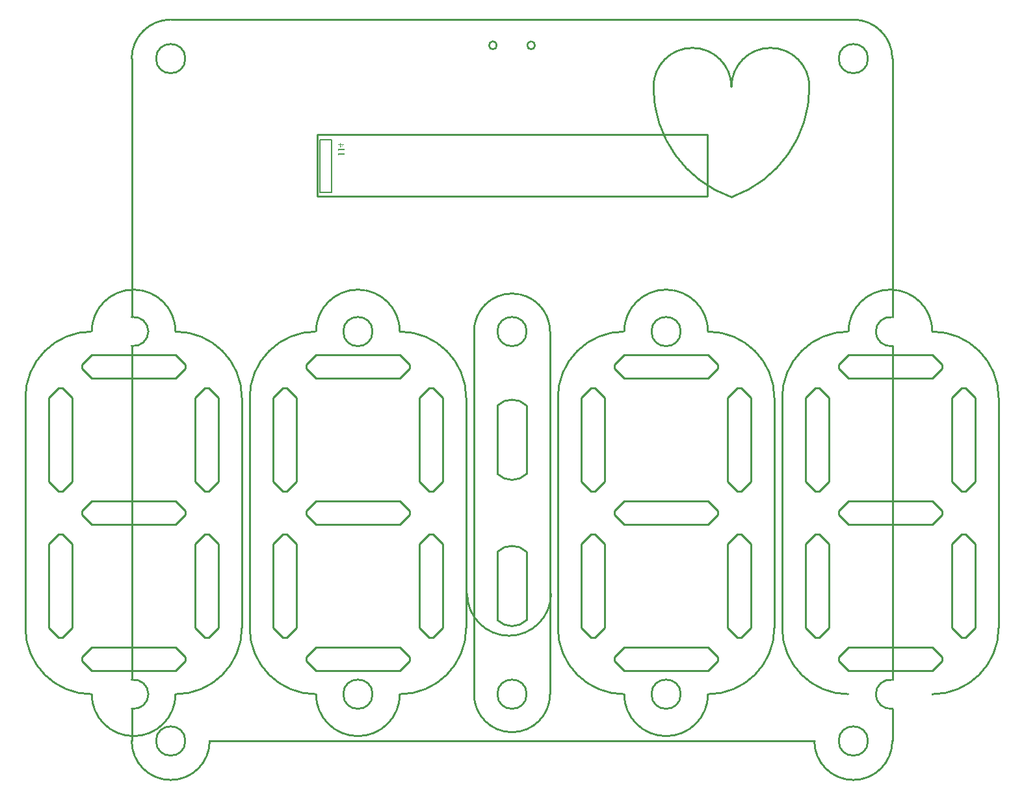
<source format=gbo>
G04*
G04 #@! TF.GenerationSoftware,Altium Limited,Altium Designer,20.2.6 (244)*
G04*
G04 Layer_Color=32896*
%FSLAX24Y24*%
%MOIN*%
G70*
G04*
G04 #@! TF.SameCoordinates,AAC5203C-1E5B-4ACD-AD40-D79658958D62*
G04*
G04*
G04 #@! TF.FilePolarity,Positive*
G04*
G01*
G75*
%ADD10C,0.0100*%
%ADD15C,0.0050*%
G36*
X33208Y48117D02*
X33426D01*
Y48097D01*
X33291Y48001D01*
X33198Y47938D01*
X33174D01*
Y48072D01*
X33074D01*
Y48117D01*
X33174D01*
Y48173D01*
X33208D01*
Y48117D01*
D02*
G37*
G36*
X33107Y47867D02*
X33108Y47865D01*
X33109Y47864D01*
X33110Y47863D01*
X33110Y47863D01*
X33112Y47862D01*
X33114Y47862D01*
X33118Y47862D01*
X33120D01*
X33122D01*
X33123D01*
X33123D01*
X33385D01*
X33388D01*
X33390D01*
X33392Y47862D01*
X33393D01*
X33395Y47862D01*
X33395D01*
X33397Y47864D01*
X33397Y47866D01*
X33398Y47867D01*
Y47868D01*
X33404Y47910D01*
X33422D01*
X33422Y47901D01*
X33421Y47893D01*
X33420Y47885D01*
Y47878D01*
X33420Y47872D01*
Y47841D01*
X33420Y47830D01*
Y47812D01*
X33421Y47805D01*
Y47798D01*
X33421Y47792D01*
X33422Y47786D01*
Y47782D01*
X33422Y47778D01*
Y47773D01*
X33422Y47772D01*
Y47771D01*
X33404D01*
X33400Y47803D01*
X33400Y47805D01*
X33399Y47807D01*
X33397Y47808D01*
X33397Y47808D01*
X33396Y47809D01*
X33394Y47809D01*
X33390Y47810D01*
X33389D01*
X33387D01*
X33386D01*
X33386D01*
X33265D01*
Y47632D01*
X33385D01*
X33388D01*
X33390D01*
X33392Y47633D01*
X33393D01*
X33395Y47633D01*
X33395D01*
X33397Y47635D01*
X33397Y47637D01*
X33398Y47639D01*
Y47639D01*
X33404Y47683D01*
X33422D01*
X33422Y47674D01*
X33421Y47666D01*
X33420Y47658D01*
Y47651D01*
X33420Y47645D01*
Y47612D01*
X33420Y47602D01*
Y47583D01*
X33421Y47575D01*
Y47569D01*
X33421Y47563D01*
X33422Y47558D01*
Y47553D01*
X33422Y47549D01*
Y47544D01*
X33422Y47543D01*
Y47541D01*
X33404D01*
X33400Y47573D01*
X33400Y47576D01*
X33399Y47578D01*
X33397Y47579D01*
X33397Y47579D01*
X33396Y47580D01*
X33394Y47580D01*
X33390Y47581D01*
X33389D01*
X33387D01*
X33386D01*
X33386D01*
X33123D01*
X33120D01*
X33117Y47580D01*
X33115Y47580D01*
X33113D01*
X33112Y47580D01*
X33111Y47579D01*
X33110Y47579D01*
X33109Y47577D01*
X33107Y47575D01*
X33107Y47572D01*
X33106Y47572D01*
Y47571D01*
X33098Y47527D01*
X33080D01*
X33081Y47533D01*
X33081Y47540D01*
X33082Y47554D01*
X33082Y47568D01*
Y47582D01*
X33083Y47588D01*
Y47624D01*
X33082Y47635D01*
X33082Y47646D01*
Y47656D01*
X33081Y47660D01*
Y47664D01*
X33081Y47667D01*
Y47670D01*
X33080Y47673D01*
Y47676D01*
X33098D01*
X33104Y47641D01*
X33104Y47639D01*
X33105Y47637D01*
X33106Y47635D01*
X33107Y47634D01*
X33108Y47634D01*
X33109Y47633D01*
X33111Y47633D01*
X33117Y47632D01*
X33119D01*
X33121D01*
X33123D01*
X33123D01*
X33239D01*
Y47810D01*
X33123D01*
X33119D01*
X33116Y47810D01*
X33113D01*
X33111Y47809D01*
X33110Y47809D01*
X33109D01*
X33108Y47808D01*
X33106Y47807D01*
X33105Y47805D01*
X33104Y47804D01*
Y47804D01*
X33098Y47767D01*
X33080D01*
X33081Y47779D01*
X33082Y47791D01*
X33082Y47802D01*
Y47811D01*
X33083Y47815D01*
Y47858D01*
X33082Y47867D01*
Y47874D01*
X33082Y47881D01*
Y47893D01*
X33081Y47899D01*
Y47903D01*
X33081Y47907D01*
Y47910D01*
X33080Y47913D01*
Y47916D01*
X33098D01*
X33107Y47867D01*
D02*
G37*
%LPC*%
G36*
X33358Y48072D02*
X33208D01*
Y47974D01*
X33219Y47981D01*
X33230Y47989D01*
X33242Y47996D01*
X33254Y48005D01*
X33280Y48021D01*
X33292Y48029D01*
X33304Y48037D01*
X33315Y48044D01*
X33326Y48051D01*
X33335Y48057D01*
X33343Y48062D01*
X33350Y48066D01*
X33352Y48068D01*
X33355Y48069D01*
X33356Y48070D01*
X33358Y48071D01*
X33358Y48072D01*
D02*
G37*
%LPD*%
D10*
X43950Y38500D02*
G03*
X40050Y38500I-1950J0D01*
G01*
X66950Y35100D02*
G03*
X63550Y38500I-3400J0D01*
G01*
Y19900D02*
G03*
X66950Y23300I0J3400D01*
G01*
X55450Y35100D02*
G03*
X52050Y38500I-3400J0D01*
G01*
X28150Y35100D02*
G03*
X24750Y38500I-3400J0D01*
G01*
X40050Y19900D02*
G03*
X43950Y19900I1950J0D01*
G01*
X52050Y19900D02*
G03*
X55450Y23300I0J3400D01*
G01*
X24750Y19900D02*
G03*
X28150Y23300I0J3400D01*
G01*
X63550Y38500D02*
G03*
X59250Y38500I-2150J0D01*
G01*
X52050D02*
G03*
X47750Y38500I-2150J0D01*
G01*
X36250D02*
G03*
X31950Y38500I-2150J0D01*
G01*
X24750D02*
G03*
X20450Y38500I-2150J0D01*
G01*
X59250D02*
G03*
X55850Y35100I0J-3400D01*
G01*
X39700Y25050D02*
G03*
X44000Y25050I2150J0D01*
G01*
X55850Y23300D02*
G03*
X59250Y19900I3400J0D01*
G01*
X47750Y38500D02*
G03*
X44350Y35100I0J-3400D01*
G01*
Y23300D02*
G03*
X47750Y19900I3400J0D01*
G01*
Y19900D02*
G03*
X52050Y19900I2150J0D01*
G01*
X39650Y35100D02*
G03*
X36250Y38500I-3400J0D01*
G01*
X31950D02*
G03*
X28550Y35100I0J-3400D01*
G01*
X36250Y19900D02*
G03*
X39650Y23300I0J3400D01*
G01*
X28550D02*
G03*
X31950Y19900I3400J0D01*
G01*
Y19900D02*
G03*
X36250Y19900I2150J0D01*
G01*
X20450Y38500D02*
G03*
X17050Y35100I0J-3400D01*
G01*
X20450Y19900D02*
G03*
X24750Y19900I2150J0D01*
G01*
X17050Y23300D02*
G03*
X20450Y19900I3400J0D01*
G01*
X41250Y31200D02*
G03*
X42750Y31200I750J750D01*
G01*
Y27200D02*
G03*
X41250Y27200I-750J-750D01*
G01*
X42750Y34700D02*
G03*
X41250Y34700I-750J-750D01*
G01*
Y23700D02*
G03*
X42750Y23700I750J750D01*
G01*
X32000Y45450D02*
X52000D01*
X32000D02*
Y48600D01*
X52000Y45450D02*
Y48600D01*
X32000D02*
X52000D01*
X59250Y37300D02*
X63550D01*
X59250Y36100D02*
X63550D01*
X59250Y29800D02*
X63550D01*
X59250Y28600D02*
X63550D01*
X59250Y22300D02*
X63550D01*
X59250Y21100D02*
X63550D01*
X47750Y37300D02*
X52050D01*
X47750Y36100D02*
X52050D01*
X47750Y29800D02*
X52050D01*
X47750Y28600D02*
X52050D01*
X47750Y22300D02*
X52050D01*
X47750Y21100D02*
X52050D01*
X31950Y37300D02*
X36250D01*
X31950Y36100D02*
X36250D01*
X31950Y29800D02*
X36250D01*
X31950Y28600D02*
X36250D01*
X31950Y22300D02*
X36250D01*
X31950Y21100D02*
X36250D01*
X20450Y37300D02*
X24750D01*
X20450Y36100D02*
X24750D01*
X20450Y29800D02*
X24750D01*
X20450Y28600D02*
X24750D01*
X20450Y22300D02*
X24750D01*
X20450Y21100D02*
X24750D01*
X45550Y23300D02*
Y27600D01*
X43950Y19900D02*
Y38500D01*
X65250Y35600D02*
X65750Y35100D01*
X64550D02*
X65050Y35600D01*
X65250Y22800D02*
X65750Y23300D01*
X64550D02*
X65050Y22800D01*
X57050Y35100D02*
X57550Y35600D01*
X57050Y23300D02*
X57550Y22800D01*
X53050Y35100D02*
X53550Y35600D01*
X53050Y23300D02*
X53550Y22800D01*
X46250Y35600D02*
X46750Y35100D01*
X45550D02*
X46050Y35600D01*
X45550Y30800D02*
Y35100D01*
X46250Y22800D02*
X46750Y23300D01*
X45550D02*
X46050Y22800D01*
X37950Y35600D02*
X38450Y35100D01*
X37250D02*
X37750Y35600D01*
X37950Y22800D02*
X38450Y23300D01*
X37250D02*
X37750Y22800D01*
X18250Y35100D02*
X18750Y35600D01*
X18950D02*
X19450Y35100D01*
X18250Y23300D02*
X18750Y22800D01*
X18950D02*
X19450Y23300D01*
X65250Y30300D02*
X65750Y30800D01*
X64550D02*
X65050Y30300D01*
X65250Y28100D02*
X65750Y27600D01*
X64550D02*
X65050Y28100D01*
X63550Y37300D02*
X64050Y36800D01*
X63550Y29800D02*
X64050Y29300D01*
X63550Y28600D02*
X64050Y29100D01*
X63550Y21100D02*
X64050Y21600D01*
X58750Y36800D02*
X59250Y37300D01*
X58750Y29300D02*
X59250Y29800D01*
X58750Y29100D02*
X59250Y28600D01*
X58750Y21600D02*
X59250Y21100D01*
X57050Y30800D02*
X57550Y30300D01*
X57050Y27600D02*
X57550Y28100D01*
X53050Y30800D02*
X53550Y30300D01*
X53050Y27600D02*
X53550Y28100D01*
X46250Y30300D02*
X46750Y30800D01*
X45550D02*
X46050Y30300D01*
X46250Y28100D02*
X46750Y27600D01*
X45550D02*
X46050Y28100D01*
X36250Y37300D02*
X36750Y36800D01*
Y36600D02*
Y36800D01*
X37950Y30300D02*
X38450Y30800D01*
X37250D02*
X37750Y30300D01*
X36250Y29800D02*
X36750Y29300D01*
X37950Y28100D02*
X38450Y27600D01*
X37250D02*
X37750Y28100D01*
X36250Y28600D02*
X36750Y29100D01*
X36250Y21100D02*
X36750Y21600D01*
Y21800D01*
X31450Y36800D02*
X31950Y37300D01*
X31450Y29300D02*
X31950Y29800D01*
X31450Y29100D02*
X31950Y28600D01*
X31450Y21600D02*
X31950Y21100D01*
X24750Y37300D02*
X25250Y36800D01*
X24750Y29800D02*
X25250Y29300D01*
X24750Y28600D02*
X25250Y29100D01*
X24750Y21100D02*
X25250Y21600D01*
X19950Y36800D02*
X20450Y37300D01*
X19950Y36600D02*
Y36800D01*
Y29300D02*
X20450Y29800D01*
X19950Y29100D02*
X20450Y28600D01*
X19950Y21600D02*
X20450Y21100D01*
X19950Y21600D02*
Y21800D01*
X18250Y30800D02*
X18750Y30300D01*
X18950D02*
X19450Y30800D01*
X18250Y27600D02*
X18750Y28100D01*
X18950D02*
X19450Y27600D01*
X63550Y36100D02*
X64050Y36600D01*
X63550Y22300D02*
X64050Y21800D01*
X58750Y36600D02*
X59250Y36100D01*
X58750Y21800D02*
X59250Y22300D01*
X57550Y35600D02*
X57750D01*
X57550Y30300D02*
X57750D01*
X57550Y28100D02*
X57750D01*
X57550Y22800D02*
X57750D01*
X53550Y35600D02*
X53750D01*
X53550Y30300D02*
X53750D01*
X53550Y28100D02*
X53750D01*
X53550Y22800D02*
X53750D01*
X36250Y36100D02*
X36750Y36600D01*
Y29100D02*
Y29300D01*
X36250Y22300D02*
X36750Y21800D01*
X31450Y36600D02*
X31950Y36100D01*
X30250Y35600D02*
X30450D01*
X30250Y30300D02*
X30450D01*
X30250Y28100D02*
X30450D01*
X30250Y22800D02*
X30450D01*
X31450Y21800D02*
X31950Y22300D01*
X26250Y35600D02*
X26450D01*
X26250Y30300D02*
X26450D01*
X26250Y28100D02*
X26450D01*
X26250Y22800D02*
X26450D01*
X24750Y36100D02*
X25250Y36600D01*
X24750Y22300D02*
X25250Y21800D01*
X19950Y36600D02*
X20450Y36100D01*
X19950Y29100D02*
Y29300D01*
Y21800D02*
X20450Y22300D01*
X66950Y23300D02*
Y35100D01*
X65750Y23300D02*
Y27600D01*
X64550Y23300D02*
Y27600D01*
X58250Y23300D02*
Y27600D01*
X57050Y23300D02*
Y27600D01*
X55450Y23300D02*
Y35100D01*
X55850Y23300D02*
Y35100D01*
X54250Y23300D02*
Y27600D01*
X53050Y23300D02*
Y27600D01*
X46750Y23300D02*
Y27600D01*
X44350Y23300D02*
Y35100D01*
X40050Y23300D02*
Y35100D01*
X39650Y23300D02*
Y35100D01*
X38450Y23300D02*
Y27600D01*
X37250Y23300D02*
Y27600D01*
X30950Y23300D02*
Y27600D01*
X29750Y23300D02*
Y27600D01*
X28550Y23300D02*
Y35100D01*
X28150Y23300D02*
Y35100D01*
X26950Y23300D02*
Y27600D01*
X25750Y23300D02*
Y27600D01*
X19450Y23300D02*
Y27600D01*
X18250Y23300D02*
Y27600D01*
X17050Y23300D02*
Y35100D01*
X65750Y30800D02*
Y35100D01*
X64550Y30800D02*
Y35100D01*
X57750Y35600D02*
X58250Y35100D01*
Y30800D02*
Y35100D01*
X57750Y22800D02*
X58250Y23300D01*
X57050Y30800D02*
Y35100D01*
X53750Y35600D02*
X54250Y35100D01*
Y30800D02*
Y35100D01*
X53750Y22800D02*
X54250Y23300D01*
X53050Y30800D02*
Y35100D01*
X46750Y30800D02*
Y35100D01*
X42750Y31200D02*
Y34700D01*
Y23700D02*
Y27200D01*
X41250Y31200D02*
Y34700D01*
Y23700D02*
Y27200D01*
X40050Y35100D02*
Y38500D01*
Y19900D02*
Y23300D01*
X38450Y30800D02*
Y35100D01*
X37250Y30800D02*
Y35100D01*
X30950Y30800D02*
Y35100D01*
X30450Y35600D02*
X30950Y35100D01*
X30450Y22800D02*
X30950Y23300D01*
X29750Y35100D02*
X30250Y35600D01*
X29750Y30800D02*
Y35100D01*
Y23300D02*
X30250Y22800D01*
X26950Y30800D02*
Y35100D01*
X26450Y35600D02*
X26950Y35100D01*
X26450Y22800D02*
X26950Y23300D01*
X25750Y35100D02*
X26250Y35600D01*
X25750Y30800D02*
Y35100D01*
Y23300D02*
X26250Y22800D01*
X19450Y30800D02*
Y35100D01*
X18250Y30800D02*
Y35100D01*
X64050Y36600D02*
Y36800D01*
Y21600D02*
Y21800D01*
X58750Y36600D02*
Y36800D01*
Y21600D02*
Y21800D01*
X57750Y30300D02*
X58250Y30800D01*
X57750Y28100D02*
X58250Y27600D01*
X53750Y30300D02*
X54250Y30800D01*
X53750Y28100D02*
X54250Y27600D01*
X52050Y37300D02*
X52550Y36800D01*
Y36600D02*
Y36800D01*
X52050Y29800D02*
X52550Y29300D01*
X52050Y28600D02*
X52550Y29100D01*
X52050Y21100D02*
X52550Y21600D01*
Y21800D01*
X47250Y36800D02*
X47750Y37300D01*
X47250Y36600D02*
Y36800D01*
Y29300D02*
X47750Y29800D01*
X47250Y29100D02*
X47750Y28600D01*
X47250Y21600D02*
X47750Y21100D01*
X47250Y21600D02*
Y21800D01*
X31450Y36600D02*
Y36800D01*
Y21600D02*
Y21800D01*
X30450Y30300D02*
X30950Y30800D01*
X30450Y28100D02*
X30950Y27600D01*
X29750Y30800D02*
X30250Y30300D01*
X29750Y27600D02*
X30250Y28100D01*
X26450Y30300D02*
X26950Y30800D01*
X26450Y28100D02*
X26950Y27600D01*
X25750Y30800D02*
X26250Y30300D01*
X25750Y27600D02*
X26250Y28100D01*
X25250Y36600D02*
Y36800D01*
Y21600D02*
Y21800D01*
X65050Y35600D02*
X65250D01*
X65050Y30300D02*
X65250D01*
X65050Y28100D02*
X65250D01*
X65050Y22800D02*
X65250D01*
X64050Y29100D02*
Y29300D01*
X58750Y29100D02*
Y29300D01*
X52050Y36100D02*
X52550Y36600D01*
Y29100D02*
Y29300D01*
X52050Y22300D02*
X52550Y21800D01*
X47250Y36600D02*
X47750Y36100D01*
X47250Y29100D02*
Y29300D01*
Y21800D02*
X47750Y22300D01*
X46050Y35600D02*
X46250D01*
X46050Y30300D02*
X46250D01*
X46050Y28100D02*
X46250D01*
X46050Y22800D02*
X46250D01*
X37750Y35600D02*
X37950D01*
X37750Y30300D02*
X37950D01*
X37750Y28100D02*
X37950D01*
X37750Y22800D02*
X37950D01*
X31450Y29100D02*
Y29300D01*
X25250Y29100D02*
Y29300D01*
X18750Y35600D02*
X18950D01*
X18750Y30300D02*
X18950D01*
X18750Y28100D02*
X18950D01*
X18750Y22800D02*
X18950D01*
X60250Y17500D02*
G03*
X60250Y17500I-750J0D01*
G01*
X25250D02*
G03*
X25250Y17500I-750J0D01*
G01*
X60250Y52500D02*
G03*
X60250Y52500I-750J0D01*
G01*
X25250D02*
G03*
X25250Y52500I-750J0D01*
G01*
X43180Y53180D02*
G03*
X43180Y53180I-200J0D01*
G01*
X41220D02*
G03*
X41220Y53180I-200J0D01*
G01*
X53269Y45400D02*
G03*
X57250Y51050I-2019J5650D01*
G01*
X49249D02*
G03*
X53275Y45383I6001J0D01*
G01*
X57250Y51050D02*
G03*
X53250Y51050I-2000J0D01*
G01*
D02*
G03*
X49250Y51050I-2000J0D01*
G01*
X22500Y37762D02*
G03*
X22500Y39247I104J743D01*
G01*
X22504Y19157D02*
G03*
X22504Y20643I104J743D01*
G01*
X61504Y39243D02*
G03*
X61504Y37757I-104J-743D01*
G01*
X42750Y38500D02*
G03*
X42750Y38500I-750J0D01*
G01*
Y19900D02*
G03*
X42750Y19900I-750J0D01*
G01*
X57500Y17500D02*
G03*
X61500Y17500I2000J0D01*
G01*
Y52500D02*
G03*
X59500Y54500I-2000J0D01*
G01*
X24500D02*
G03*
X22500Y52500I0J-2000D01*
G01*
Y17500D02*
G03*
X26500Y17500I2000J0D01*
G01*
X61504Y20643D02*
G03*
X61504Y19157I-104J-743D01*
G01*
X50650Y19900D02*
G03*
X50650Y19900I-750J0D01*
G01*
Y38500D02*
G03*
X50650Y38500I-750J0D01*
G01*
X34850D02*
G03*
X34850Y38500I-750J0D01*
G01*
Y19900D02*
G03*
X34850Y19900I-750J0D01*
G01*
X61500Y39247D02*
Y52500D01*
X22500Y17500D02*
Y19142D01*
Y39247D02*
Y52500D01*
X22504Y20643D02*
Y37757D01*
X61504Y20643D02*
Y37757D01*
X61500Y17500D02*
Y19142D01*
X26500Y17500D02*
X57500D01*
X24500Y54500D02*
X59500D01*
D15*
X32150Y45650D02*
Y48350D01*
X32750Y45650D02*
Y48350D01*
X32150D02*
X32750D01*
X32150Y45650D02*
X32750D01*
M02*

</source>
